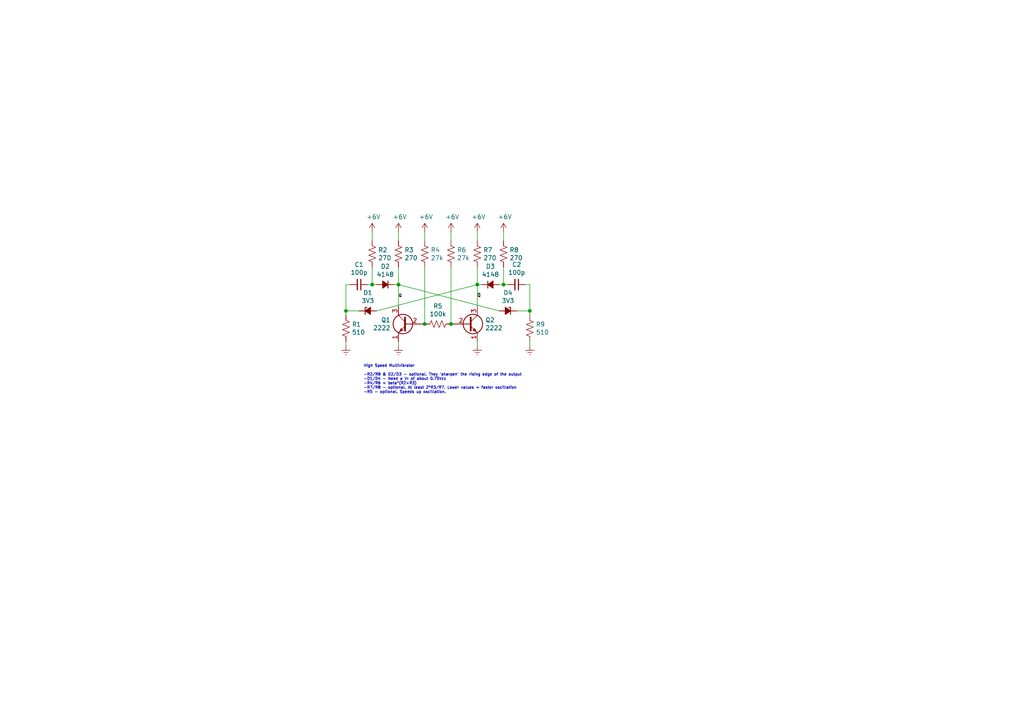
<source format=kicad_sch>
(kicad_sch (version 20211123) (generator eeschema)
  (paper "A4")
  (lib_symbols
    (symbol "Device:C_Small" (pin_numbers hide) (pin_names (offset 0.254) hide)
      (property "Reference" "C" (at 0.254 1.778 0))
      (property "Value" "C_Small" (at 0.254 -2.032 0))
      (symbol "C_Small_0_1"
        (polyline (pts (xy -1.524 -0.508) (xy 1.524 -0.508)) (stroke (width 0.3302)))
        (polyline (pts (xy -1.524 0.508) (xy 1.524 0.508)) (stroke (width 0.3048)))
      )
      (symbol "C_Small_1_1"
        (pin passive line (at 0 2.54 270) (length 2.032) (name "~") (number "1"))
        (pin passive line (at 0 -2.54 90) (length 2.032) (name "~") (number "2"))
      )
    )
    (symbol "Device:D_Small_ALT" (pin_numbers hide) (pin_names (offset 0.254) hide)
      (property "Reference" "D" (at -1.27 2.032 0))
      (property "Value" "Device_D_Small_ALT" (at -3.81 -2.032 0))
      (symbol "D_Small_ALT_0_1"
        (polyline (pts (xy -0.762 -1.016) (xy -0.762 1.016)) (stroke (width 0.254)))
        (polyline (pts (xy -0.762 0) (xy 0.762 0)))
        (polyline (pts (xy 0.762 -1.016) (xy -0.762 0) (xy 0.762 1.016) (xy 0.762 -1.016)) (stroke (width 0.254)) (fill (type outline)))
      )
      (symbol "D_Small_ALT_1_1"
        (pin passive line (at -2.54 0 0) (length 1.778) (name "K") (number "1"))
        (pin passive line (at 2.54 0 180) (length 1.778) (name "A") (number "2"))
      )
    )
    (symbol "Device:D_Zener_Small_ALT" (pin_numbers hide) (pin_names (offset 0.254) hide)
      (property "Reference" "D" (at 0 2.286 0))
      (property "Value" "Device_D_Zener_Small_ALT" (at 0 -2.286 0))
      (symbol "D_Zener_Small_ALT_0_1"
        (polyline (pts (xy 0.762 0) (xy -0.762 0)))
        (polyline (pts (xy -0.254 1.016) (xy -0.762 1.016) (xy -0.762 -1.016)) (stroke (width 0.254)))
        (polyline (pts (xy 0.762 1.016) (xy -0.762 0) (xy 0.762 -1.016) (xy 0.762 1.016)) (stroke (width 0.254)) (fill (type outline)))
      )
      (symbol "D_Zener_Small_ALT_1_1"
        (pin passive line (at -2.54 0 0) (length 1.778) (name "K") (number "1"))
        (pin passive line (at 2.54 0 180) (length 1.778) (name "A") (number "2"))
      )
    )
    (symbol "Device:Q_NPN_EBC" (pin_names (offset 0) hide)
      (property "Reference" "Q" (at 5.08 1.27 0))
      (property "Value" "Q_NPN_EBC" (at 5.08 -1.27 0))
      (symbol "Q_NPN_EBC_0_1"
        (polyline (pts (xy 0.635 0.635) (xy 2.54 2.54)))
        (polyline (pts (xy 0.635 -0.635) (xy 2.54 -2.54) (xy 2.54 -2.54)))
        (polyline (pts (xy 0.635 1.905) (xy 0.635 -1.905) (xy 0.635 -1.905)) (stroke (width 0.508)))
        (polyline (pts (xy 1.27 -1.778) (xy 1.778 -1.27) (xy 2.286 -2.286) (xy 1.27 -1.778) (xy 1.27 -1.778)) (fill (type outline)))
        (circle (center 1.27 0) (radius 2.8194) (stroke (width 0.254)))
      )
      (symbol "Q_NPN_EBC_1_1"
        (pin passive line (at 2.54 -5.08 90) (length 2.54) (name "E") (number "1"))
        (pin passive line (at -5.08 0 0) (length 5.715) (name "B") (number "2"))
        (pin passive line (at 2.54 5.08 270) (length 2.54) (name "C") (number "3"))
      )
    )
    (symbol "Device:R_US" (pin_numbers hide) (pin_names (offset 0))
      (property "Reference" "R" (at 2.54 0 90))
      (property "Value" "R_US" (at -2.54 0 90))
      (symbol "R_US_0_1"
        (polyline (pts (xy 0 -2.286) (xy 0 -2.54)))
        (polyline (pts (xy 0 2.286) (xy 0 2.54)))
        (polyline (pts (xy 0 -0.762) (xy 1.016 -1.143) (xy 0 -1.524) (xy -1.016 -1.905) (xy 0 -2.286)))
        (polyline (pts (xy 0 0.762) (xy 1.016 0.381) (xy 0 0) (xy -1.016 -0.381) (xy 0 -0.762)))
        (polyline (pts (xy 0 2.286) (xy 1.016 1.905) (xy 0 1.524) (xy -1.016 1.143) (xy 0 0.762)))
      )
      (symbol "R_US_1_1"
        (pin passive line (at 0 3.81 270) (length 1.27) (name "~") (number "1"))
        (pin passive line (at 0 -3.81 90) (length 1.27) (name "~") (number "2"))
      )
    )
    (symbol "power:+6V" (power) (pin_names (offset 0))
      (property "Value" "+6V" (at 0 3.556 0))
      (symbol "+6V_0_1"
        (polyline (pts (xy -0.762 1.27) (xy 0 2.54)))
        (polyline (pts (xy 0 0) (xy 0 2.54)))
        (polyline (pts (xy 0 2.54) (xy 0.762 1.27)))
      )
      (symbol "+6V_1_1"
        (pin power_in line (at 0 0 90) (length 0) hide (name "+6V") (number "1"))
      )
    )
    (symbol "power:Earth" (power) (pin_names (offset 0))
      (symbol "Earth_0_1"
        (polyline (pts (xy -0.635 -1.905) (xy 0.635 -1.905)))
        (polyline (pts (xy -0.127 -2.54) (xy 0.127 -2.54)))
        (polyline (pts (xy 0 -1.27) (xy 0 0)))
        (polyline (pts (xy 1.27 -1.27) (xy -1.27 -1.27)))
      )
      (symbol "Earth_1_1"
        (pin power_in line (at 0 0 270) (length 0) hide (name "Earth") (number "1"))
      )
    )
  )
  (junction (at 107.95 82.55))
  (junction (at 115.57 82.55))
  (junction (at 130.81 93.98))
  (junction (at 153.67 90.17))
  (junction (at 138.43 82.55))
  (junction (at 123.19 93.98))
  (junction (at 100.33 90.17))
  (junction (at 146.05 82.55))
  (wire (pts (xy 130.81 67.31) (xy 130.81 69.85)))
  (wire (pts (xy 107.95 82.55) (xy 109.22 82.55)))
  (wire (pts (xy 138.43 88.9) (xy 138.43 82.55)))
  (wire (pts (xy 115.57 99.06) (xy 115.57 100.33)))
  (wire (pts (xy 100.33 90.17) (xy 104.14 90.17)))
  (wire (pts (xy 144.78 90.17) (xy 115.57 82.55)))
  (wire (pts (xy 130.81 93.98) (xy 130.81 77.47)))
  (wire (pts (xy 107.95 67.31) (xy 107.95 69.85)))
  (wire (pts (xy 100.33 90.17) (xy 100.33 91.44)))
  (wire (pts (xy 115.57 88.9) (xy 115.57 82.55)))
  (wire (pts (xy 153.67 90.17) (xy 149.86 90.17)))
  (wire (pts (xy 153.67 82.55) (xy 153.67 90.17)))
  (wire (pts (xy 139.7 82.55) (xy 138.43 82.55)))
  (wire (pts (xy 100.33 99.06) (xy 100.33 100.33)))
  (wire (pts (xy 115.57 67.31) (xy 115.57 69.85)))
  (wire (pts (xy 138.43 67.31) (xy 138.43 69.85)))
  (wire (pts (xy 100.33 82.55) (xy 100.33 90.17)))
  (wire (pts (xy 153.67 100.33) (xy 153.67 99.06)))
  (wire (pts (xy 144.78 82.55) (xy 146.05 82.55)))
  (wire (pts (xy 106.68 82.55) (xy 107.95 82.55)))
  (wire (pts (xy 101.6 82.55) (xy 100.33 82.55)))
  (wire (pts (xy 153.67 90.17) (xy 153.67 91.44)))
  (wire (pts (xy 115.57 82.55) (xy 115.57 77.47)))
  (wire (pts (xy 146.05 77.47) (xy 146.05 82.55)))
  (wire (pts (xy 138.43 82.55) (xy 138.43 77.47)))
  (wire (pts (xy 146.05 82.55) (xy 147.32 82.55)))
  (wire (pts (xy 114.3 82.55) (xy 115.57 82.55)))
  (wire (pts (xy 109.22 90.17) (xy 138.43 82.55)))
  (wire (pts (xy 153.67 82.55) (xy 152.4 82.55)))
  (wire (pts (xy 107.95 77.47) (xy 107.95 82.55)))
  (wire (pts (xy 146.05 67.31) (xy 146.05 69.85)))
  (wire (pts (xy 123.19 67.31) (xy 123.19 69.85)))
  (wire (pts (xy 123.19 77.47) (xy 123.19 93.98)))
  (wire (pts (xy 138.43 99.06) (xy 138.43 100.33)))
  (text "High Speed Multivibrator\n\n-R2/R8 & D2/D3 - optional. They 'sharpen' the rising edge of the output\n-D1/D4 - Need a Vr of about 0.75Vcc\n-R4/R6 < beta*(R2+R3)\n-R7/R8 - optional. At least 2*R3/R7. Lower values = faster oscillation\n-R5 - optional. Speeds up oscillation." (at 105.41 114.3 0) (effects (font (size 0.7874 0.7874)) (justify left bottom)))
  (label "Q" (at 115.57 86.36 0) (effects (font (size 0.7874 0.7874))))
  (label "~{Q}" (at 138.43 86.36 0) (effects (font (size 0.7874 0.7874))))
  (symbol (lib_id "Device:Q_NPN_EBC") (at 118.11 93.98 0) (mirror y) (unit 1)
    (property "Reference" "Q1" (at 113.2586 92.8116 0) (effects (justify left)))
    (property "Value" "2222" (at 113.2586 95.123 0) (effects (justify left)))
  )
  (symbol (lib_id "Device:Q_NPN_EBC") (at 135.89 93.98 0) (unit 1)
    (property "Reference" "Q2" (at 140.716 92.8116 0) (effects (justify left)))
    (property "Value" "2222" (at 140.716 95.123 0) (effects (justify left)))
  )
  (symbol (lib_id "Device:R_US") (at 107.95 73.66 0) (unit 1)
    (property "Reference" "R2" (at 109.6772 72.4916 0) (effects (justify left)))
    (property "Value" "270" (at 109.6772 74.803 0) (effects (justify left)))
  )
  (symbol (lib_id "Device:R_US") (at 115.57 73.66 0) (unit 1)
    (property "Reference" "R3" (at 117.2972 72.4916 0) (effects (justify left)))
    (property "Value" "270" (at 117.2972 74.803 0) (effects (justify left)))
  )
  (symbol (lib_id "Device:R_US") (at 123.19 73.66 0) (unit 1)
    (property "Reference" "R4" (at 124.9172 72.4916 0) (effects (justify left)))
    (property "Value" "27k" (at 124.9172 74.803 0) (effects (justify left)))
  )
  (symbol (lib_id "Device:R_US") (at 130.81 73.66 0) (unit 1)
    (property "Reference" "R6" (at 132.5372 72.4916 0) (effects (justify left)))
    (property "Value" "27k" (at 132.5372 74.803 0) (effects (justify left)))
  )
  (symbol (lib_id "Device:R_US") (at 138.43 73.66 0) (unit 1)
    (property "Reference" "R7" (at 140.1572 72.4916 0) (effects (justify left)))
    (property "Value" "270" (at 140.1572 74.803 0) (effects (justify left)))
  )
  (symbol (lib_id "Device:R_US") (at 146.05 73.66 0) (unit 1)
    (property "Reference" "R8" (at 147.7772 72.4916 0) (effects (justify left)))
    (property "Value" "270" (at 147.7772 74.803 0) (effects (justify left)))
  )
  (symbol (lib_id "power:+6V") (at 107.95 67.31 0) (unit 1)
    (property "Reference" "#PWR02" (effects hide))
    (property "Value" "+6V" (at 108.331 62.9158 0))
  )
  (symbol (lib_id "power:+6V") (at 115.57 67.31 0) (unit 1)
    (property "Reference" "#PWR03" (effects hide))
    (property "Value" "+6V" (at 115.951 62.9158 0))
  )
  (symbol (lib_id "power:+6V") (at 123.19 67.31 0) (unit 1)
    (property "Reference" "#PWR05" (effects hide))
    (property "Value" "+6V" (at 123.571 62.9158 0))
  )
  (symbol (lib_id "power:+6V") (at 130.81 67.31 0) (unit 1)
    (property "Reference" "#PWR06" (effects hide))
    (property "Value" "+6V" (at 131.191 62.9158 0))
  )
  (symbol (lib_id "power:+6V") (at 138.43 67.31 0) (unit 1)
    (property "Reference" "#PWR07" (effects hide))
    (property "Value" "+6V" (at 138.811 62.9158 0))
  )
  (symbol (lib_id "power:+6V") (at 146.05 67.31 0) (unit 1)
    (property "Reference" "#PWR09" (effects hide))
    (property "Value" "+6V" (at 146.431 62.9158 0))
  )
  (symbol (lib_id "power:Earth") (at 115.57 100.33 0) (unit 1)
    (property "Reference" "#PWR04" (effects hide))
    (property "Value" "Earth" (effects hide))
  )
  (symbol (lib_id "power:Earth") (at 138.43 100.33 0) (unit 1)
    (property "Reference" "#PWR08" (effects hide))
    (property "Value" "Earth" (effects hide))
  )
  (symbol (lib_id "Device:D_Small_ALT") (at 111.76 82.55 180) (unit 1)
    (property "Reference" "D2" (at 111.76 77.2922 0))
    (property "Value" "4148" (at 111.76 79.6036 0))
  )
  (symbol (lib_id "Device:D_Small_ALT") (at 142.24 82.55 0) (mirror x) (unit 1)
    (property "Reference" "D3" (at 142.24 77.2922 0))
    (property "Value" "4148" (at 142.24 79.6036 0))
  )
  (symbol (lib_id "Device:D_Zener_Small_ALT") (at 147.32 90.17 0) (mirror y) (unit 1)
    (property "Reference" "D4" (at 147.32 84.9122 0))
    (property "Value" "3V3" (at 147.32 87.2236 0))
  )
  (symbol (lib_id "Device:D_Zener_Small_ALT") (at 106.68 90.17 0) (unit 1)
    (property "Reference" "D1" (at 106.68 84.9122 0))
    (property "Value" "3V3" (at 106.68 87.2236 0))
  )
  (symbol (lib_id "Device:C_Small") (at 104.14 82.55 270) (unit 1)
    (property "Reference" "C1" (at 104.14 76.7334 90))
    (property "Value" "100p" (at 104.14 79.0448 90))
  )
  (symbol (lib_id "Device:C_Small") (at 149.86 82.55 270) (unit 1)
    (property "Reference" "C2" (at 149.86 76.7334 90))
    (property "Value" "100p" (at 149.86 79.0448 90))
  )
  (symbol (lib_id "Device:R_US") (at 100.33 95.25 0) (unit 1)
    (property "Reference" "R1" (at 102.0572 94.0816 0) (effects (justify left)))
    (property "Value" "510" (at 102.0572 96.393 0) (effects (justify left)))
  )
  (symbol (lib_id "Device:R_US") (at 153.67 95.25 0) (unit 1)
    (property "Reference" "R9" (at 155.3972 94.0816 0) (effects (justify left)))
    (property "Value" "510" (at 155.3972 96.393 0) (effects (justify left)))
  )
  (symbol (lib_id "Device:R_US") (at 127 93.98 270) (unit 1)
    (property "Reference" "R5" (at 127 88.773 90))
    (property "Value" "100k" (at 127 91.0844 90))
  )
  (symbol (lib_id "power:Earth") (at 100.33 100.33 0) (unit 1)
    (property "Reference" "#PWR01" (effects hide))
    (property "Value" "Earth" (effects hide))
  )
  (symbol (lib_id "power:Earth") (at 153.67 100.33 0) (unit 1)
    (property "Reference" "#PWR010" (effects hide))
    (property "Value" "Earth" (effects hide))
  )
)
</source>
